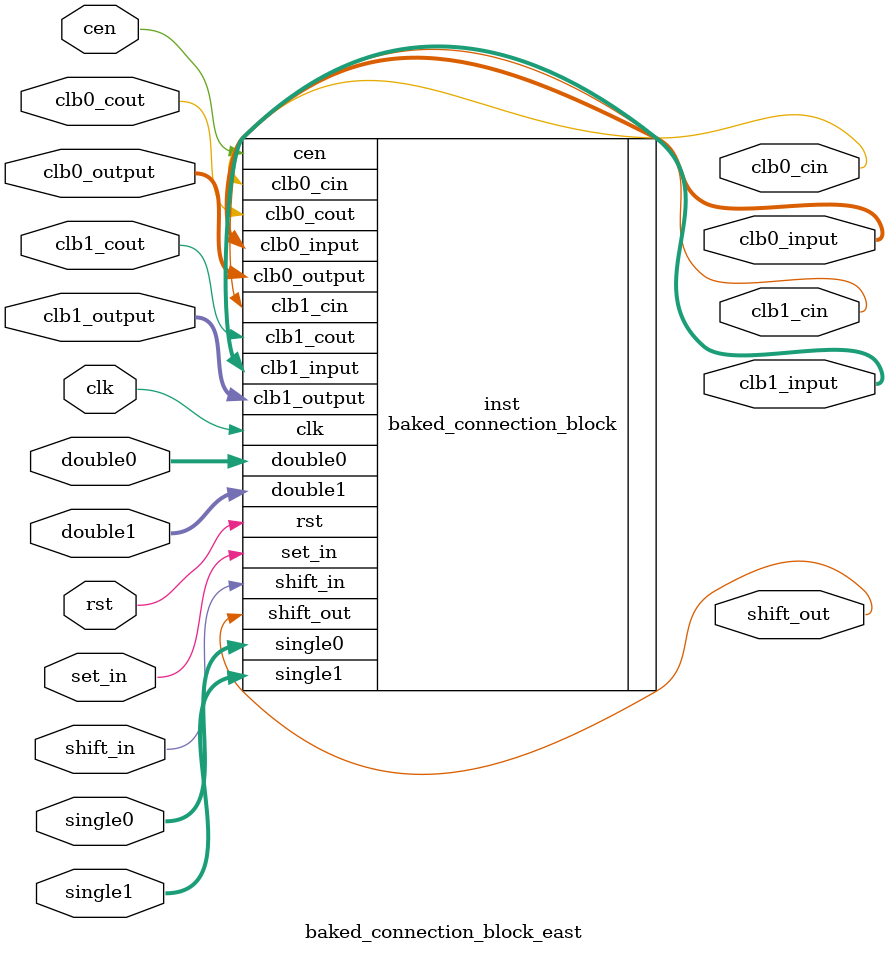
<source format=v>
module baked_connection_block_east #(
  parameter WS = 4,
  parameter WD = 8,
  parameter WG = 0,
  parameter CLBIN = 10,
  parameter CLBIN0 = 10,
  parameter CLBIN1 = 10,
  parameter CLBOUT = 5,
  parameter CLBOUT0 = 5,
  parameter CLBOUT1 = 5,
  parameter CARRY = 1,
  parameter CLBOS = 2,
  parameter CLBOS_BIAS = 0,
  parameter CLBOD = 2,
  parameter CLBOD_BIAS = 0,
  parameter CLBX = 1
)(
  // Common
  input wire clk,
  input wire rst,

  // Confiuration Signals:

  input wire cen,

  // Config set input (from tile module)
  input wire set_in,

  // Config shift input (from tile module)
  input wire shift_in,
  // Config shift output (to tile module)
  output wire shift_out,

  // Single Wires
  inout [WS-1:0] single0, single1,
  // Double Wires
  inout [WD-1:0] double0, double1,
  // Global Wires
  //inout [WG-1:0] global, /* manually disabled since WG = 0 for hardening */

  input [CLBOUT-1:0] clb0_output,
  input [CLBOUT-1:0] clb1_output,
  input [CARRY-1:0]  clb0_cout,
  input [CARRY-1:0]  clb1_cout,
  output [CLBIN-1:0] clb0_input,
  output [CLBIN-1:0] clb1_input,
  output [CARRY-1:0] clb0_cin,
  output [CARRY-1:0] clb1_cin
);

baked_connection_block #(
  .WS(WS),
  .WD(WD),
  .WG(WG),
  .CLBIN(CLBIN),
  .CLBIN0(CLBIN0),
  .CLBIN1(CLBIN1),
  .CLBOUT(CLBOUT),
  .CLBOUT0(CLBOUT0),
  .CLBOUT1(CLBOUT1),
  .CARRY(CARRY),
  .CLBOS(CLBOS),
  .CLBOS_BIAS(CLBOS_BIAS),
  .CLBOD(CLBOD),
  .CLBOD_BIAS(CLBOD_BIAS),
  .CLBX(CLBX)
) inst (
  .clk(clk),
  .rst(rst),
  .cen(cen),
  .set_in(set_in),
  .shift_in(shift_in),
  .shift_out(shift_out),
  .single0(single0),
  .single1(single1),
  .double0(double0),
  .double1(double1),
  //.global(global),  /* manually disabled since WG = 0 for hardening */
  .clb0_output(clb0_output),
  .clb1_output(clb1_output),
  .clb0_cout(clb0_cout),
  .clb1_cout(clb1_cout),
  .clb0_input(clb0_input),
  .clb1_input(clb1_input),
  .clb0_cin(clb0_cin),
  .clb1_cin(clb1_cin)
);

endmodule

</source>
